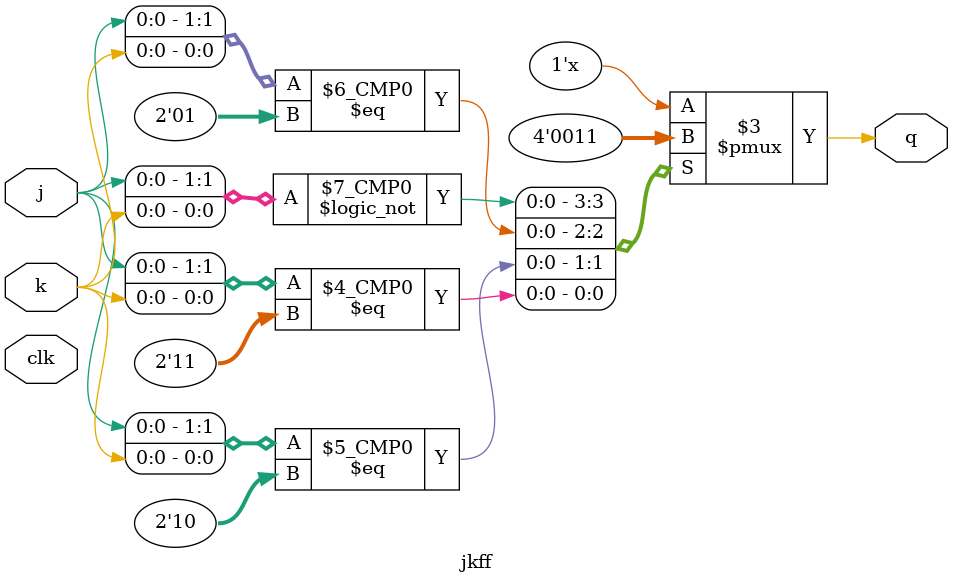
<source format=v>
`timescale 1ns / 1ps
module jkff(j, k, clk, q);
  input j, k ; 
  input clk; 
  output reg q; 
  
  always @(negedgeclk) 
    begin
	   q=1'b0;
      case ({j, k})
       
        2'b00:
        
          q <= q ;
        
        
        2'b01:
        
          q <= 0 ;
        
        
        
        2'b10:
        begin
          q <= 1 ;
        end
        
        
        2'b11:
        begin
          q <= ~q ;
        end
      endcase
    end 
  
endmodule 



</source>
